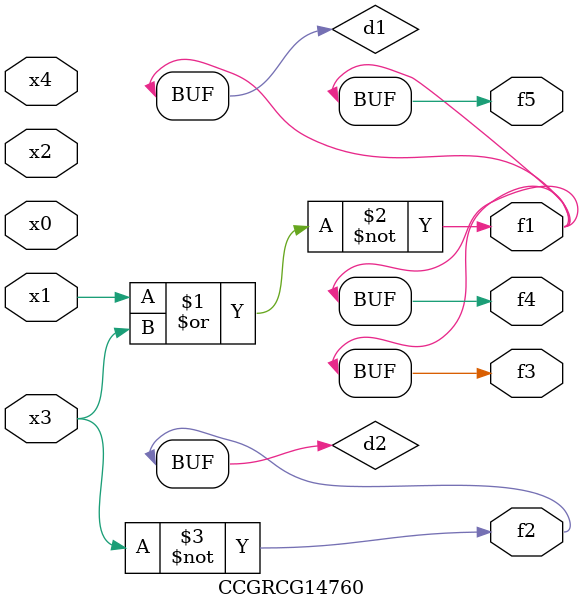
<source format=v>
module CCGRCG14760(
	input x0, x1, x2, x3, x4,
	output f1, f2, f3, f4, f5
);

	wire d1, d2;

	nor (d1, x1, x3);
	not (d2, x3);
	assign f1 = d1;
	assign f2 = d2;
	assign f3 = d1;
	assign f4 = d1;
	assign f5 = d1;
endmodule

</source>
